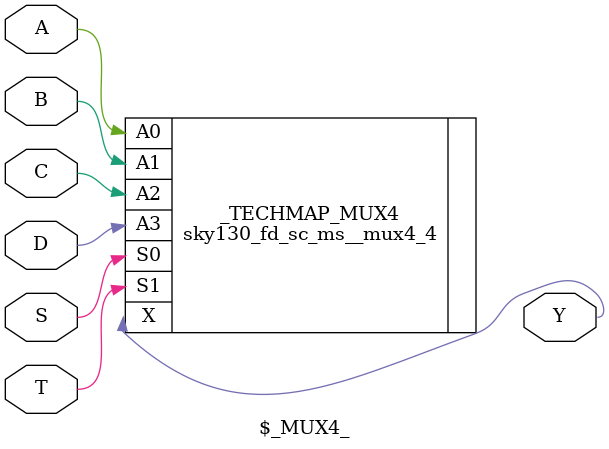
<source format=v>
module \$_MUX4_ (
    output Y,
    input A,
    input B,
    input C,
    input D,
    input S,
    input T
    );
  sky130_fd_sc_ms__mux4_4 _TECHMAP_MUX4 (
      .X(Y),
      .A0(A),
      .A1(B),
      .A2(C),
      .A3(D),
      .S0(S),
      .S1(T)
  );
endmodule
</source>
